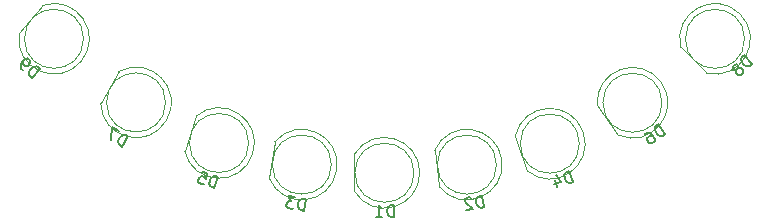
<source format=gbo>
G04 #@! TF.GenerationSoftware,KiCad,Pcbnew,(5.1.5)-3*
G04 #@! TF.CreationDate,2020-01-15T14:34:41+01:00*
G04 #@! TF.ProjectId,ring_pcb_5mm_leds,72696e67-5f70-4636-925f-356d6d5f6c65,rev?*
G04 #@! TF.SameCoordinates,Original*
G04 #@! TF.FileFunction,Legend,Bot*
G04 #@! TF.FilePolarity,Positive*
%FSLAX46Y46*%
G04 Gerber Fmt 4.6, Leading zero omitted, Abs format (unit mm)*
G04 Created by KiCad (PCBNEW (5.1.5)-3) date 2020-01-15 14:34:41*
%MOMM*%
%LPD*%
G04 APERTURE LIST*
%ADD10C,0.120000*%
%ADD11C,0.150000*%
G04 APERTURE END LIST*
D10*
X113999743Y-111673296D02*
X115985957Y-109306218D01*
X119453924Y-112135293D02*
G75*
G03X119453924Y-112135293I-2500001J0D01*
G01*
X119244098Y-114057581D02*
G75*
G03X115985847Y-109306349I-2290175J1922288D01*
G01*
X119244693Y-114056874D02*
G75*
G02X113999852Y-111673165I-2290770J1921581D01*
G01*
X172201359Y-115043601D02*
X170016399Y-112858641D01*
X175419073Y-112140927D02*
G75*
G03X175419073Y-112140927I-2500000J0D01*
G01*
X175033649Y-110027003D02*
G75*
G03X170016519Y-112858761I-2114576J-2113924D01*
G01*
X175032997Y-110026351D02*
G75*
G02X172201239Y-115043481I-2113924J-2114576D01*
G01*
X120911374Y-117581962D02*
X122456374Y-114905944D01*
X126400899Y-117523953D02*
G75*
G03X126400899Y-117523953I-2500000J0D01*
G01*
X126490084Y-119019353D02*
G75*
G03X122456289Y-114906091I-2589185J1495400D01*
G01*
X126490546Y-119018553D02*
G75*
G02X120911459Y-117581815I-2589647J1494600D01*
G01*
X164720516Y-120284457D02*
X162948165Y-117753277D01*
X168431370Y-117550511D02*
G75*
G03X168431370Y-117550511I-2500000J0D01*
G01*
X168380899Y-115835896D02*
G75*
G03X162948263Y-117753416I-2449529J-1714615D01*
G01*
X168380370Y-115835139D02*
G75*
G02X164720419Y-120284317I-2449000J-1715372D01*
G01*
X128016753Y-121639703D02*
X128971615Y-118700939D01*
X133428889Y-120961405D02*
G75*
G03X133428889Y-120961405I-2500000J0D01*
G01*
X133772406Y-121885806D02*
G75*
G03X128971563Y-118701100I-2843517J924401D01*
G01*
X133772692Y-121884927D02*
G75*
G02X128016805Y-121639542I-2843803J923522D01*
G01*
X157014331Y-123309762D02*
X156008325Y-120388110D01*
X161431855Y-121015481D02*
G75*
G03X161431855Y-121015481I-2499999J0D01*
G01*
X161759107Y-120042469D02*
G75*
G03X156008381Y-120388270I-2827251J-973012D01*
G01*
X161758807Y-120041596D02*
G75*
G02X157014275Y-123309601I-2826951J-973885D01*
G01*
X135165238Y-123913131D02*
X135648620Y-120861174D01*
X140435411Y-122787625D02*
G75*
G03X140435411Y-122787625I-2500000J0D01*
G01*
X140888527Y-123255821D02*
G75*
G03X135648594Y-120861342I-2953116J468196D01*
G01*
X140888671Y-123254908D02*
G75*
G02X135165264Y-123912963I-2953260J467283D01*
G01*
X149558951Y-124639648D02*
X149182374Y-121572681D01*
X154411581Y-122794179D02*
G75*
G03X154411581Y-122794179I-2500000J0D01*
G01*
X154879351Y-122430248D02*
G75*
G03X149182395Y-121572849I-2967770J-363931D01*
G01*
X154879238Y-122429331D02*
G75*
G02X149558930Y-124639480I-2967657J-364848D01*
G01*
X142371047Y-125023953D02*
X142371047Y-121933953D01*
X147431047Y-123478953D02*
G75*
G03X147431047Y-123478953I-2500000J0D01*
G01*
X147921047Y-123479415D02*
G75*
G03X142371047Y-121934123I-2990000J462D01*
G01*
X147921047Y-123478491D02*
G75*
G02X142371047Y-125023783I-2990000J-462D01*
G01*
D11*
X115124675Y-115449935D02*
X115767463Y-114683890D01*
X115585071Y-114530846D01*
X115445028Y-114475497D01*
X115310853Y-114487236D01*
X115213157Y-114529584D01*
X115054243Y-114644888D01*
X114962416Y-114754323D01*
X114876459Y-114930845D01*
X114851719Y-115034411D01*
X114863458Y-115168585D01*
X114942284Y-115296890D01*
X115124675Y-115449935D01*
X114322153Y-114776538D02*
X114176239Y-114654103D01*
X114133892Y-114556406D01*
X114128022Y-114489319D01*
X114146893Y-114318666D01*
X114232850Y-114142144D01*
X114477721Y-113850318D01*
X114575418Y-113807970D01*
X114642505Y-113802101D01*
X114746070Y-113826840D01*
X114891984Y-113949276D01*
X114934331Y-114046972D01*
X114940201Y-114114059D01*
X114915461Y-114217625D01*
X114762416Y-114400017D01*
X114664720Y-114442364D01*
X114597633Y-114448234D01*
X114494067Y-114423494D01*
X114348154Y-114301058D01*
X114305807Y-114203362D01*
X114299937Y-114136275D01*
X114324677Y-114032709D01*
X176086840Y-114242922D02*
X175379734Y-113535815D01*
X175211375Y-113704174D01*
X175144031Y-113838861D01*
X175144031Y-113973548D01*
X175177703Y-114074563D01*
X175278718Y-114242922D01*
X175379734Y-114343937D01*
X175548092Y-114444953D01*
X175649108Y-114478624D01*
X175783795Y-114478624D01*
X175918482Y-114411281D01*
X176086840Y-114242922D01*
X174874657Y-114646983D02*
X174908329Y-114545968D01*
X174908329Y-114478624D01*
X174874657Y-114377609D01*
X174840985Y-114343937D01*
X174739970Y-114310265D01*
X174672627Y-114310265D01*
X174571611Y-114343937D01*
X174436924Y-114478624D01*
X174403253Y-114579640D01*
X174403253Y-114646983D01*
X174436924Y-114747998D01*
X174470596Y-114781670D01*
X174571611Y-114815342D01*
X174638955Y-114815342D01*
X174739970Y-114781670D01*
X174874657Y-114646983D01*
X174975672Y-114613311D01*
X175043016Y-114613311D01*
X175144031Y-114646983D01*
X175278718Y-114781670D01*
X175312390Y-114882685D01*
X175312390Y-114950029D01*
X175278718Y-115051044D01*
X175144031Y-115185731D01*
X175043016Y-115219403D01*
X174975672Y-115219403D01*
X174874657Y-115185731D01*
X174739970Y-115051044D01*
X174706298Y-114950029D01*
X174706298Y-114882685D01*
X174739970Y-114781670D01*
X122745065Y-121259774D02*
X123245065Y-120393748D01*
X123038869Y-120274700D01*
X122891341Y-120244511D01*
X122761244Y-120279371D01*
X122672385Y-120338040D01*
X122535908Y-120479188D01*
X122464479Y-120602905D01*
X122410481Y-120791672D01*
X122404101Y-120897960D01*
X122438960Y-121028058D01*
X122538869Y-121140726D01*
X122745065Y-121259774D01*
X122461518Y-119941367D02*
X121884168Y-119608034D01*
X121755322Y-120688345D01*
X168698134Y-120202167D02*
X168124557Y-119383015D01*
X167929521Y-119519581D01*
X167839813Y-119640528D01*
X167816424Y-119773169D01*
X167832044Y-119878496D01*
X167902289Y-120061838D01*
X167984228Y-120178860D01*
X168132488Y-120307576D01*
X168226122Y-120358277D01*
X168358763Y-120381665D01*
X168503098Y-120338733D01*
X168698134Y-120202167D01*
X166954340Y-120202410D02*
X167110369Y-120093157D01*
X167215697Y-120077538D01*
X167282017Y-120089232D01*
X167441971Y-120151628D01*
X167590231Y-120280344D01*
X167808736Y-120592402D01*
X167824355Y-120697729D01*
X167812661Y-120764050D01*
X167761960Y-120857683D01*
X167605931Y-120966936D01*
X167500603Y-120982555D01*
X167434283Y-120970861D01*
X167340649Y-120920160D01*
X167204084Y-120725123D01*
X167188465Y-120619796D01*
X167200159Y-120553475D01*
X167250860Y-120459842D01*
X167406889Y-120350589D01*
X167512217Y-120334970D01*
X167578537Y-120346664D01*
X167672171Y-120397365D01*
X130539223Y-124792276D02*
X130848240Y-123841220D01*
X130621798Y-123767644D01*
X130471218Y-123768787D01*
X130351211Y-123829934D01*
X130276492Y-123905796D01*
X130172344Y-124072234D01*
X130128198Y-124208100D01*
X130114626Y-124403968D01*
X130130485Y-124509260D01*
X130191631Y-124629267D01*
X130312781Y-124718701D01*
X130539223Y-124792276D01*
X129444300Y-123385052D02*
X129897184Y-123532203D01*
X129795321Y-123999802D01*
X129764748Y-123939798D01*
X129688886Y-123865080D01*
X129462444Y-123791504D01*
X129357152Y-123807363D01*
X129297149Y-123837936D01*
X129222430Y-123913798D01*
X129148855Y-124140240D01*
X129164713Y-124245532D01*
X129195286Y-124305535D01*
X129271148Y-124380254D01*
X129497590Y-124453829D01*
X129602882Y-124437971D01*
X129662885Y-124407398D01*
X160914210Y-124251387D02*
X160588642Y-123305868D01*
X160363518Y-123383384D01*
X160243948Y-123474919D01*
X160184905Y-123595975D01*
X160170887Y-123701527D01*
X160187875Y-123897129D01*
X160234385Y-124032203D01*
X160341422Y-124196799D01*
X160417453Y-124271345D01*
X160538509Y-124330388D01*
X160689087Y-124328903D01*
X160914210Y-124251387D01*
X159346424Y-124086138D02*
X159563469Y-124716484D01*
X159447521Y-123648425D02*
X159905193Y-124246279D01*
X159319872Y-124447821D01*
X138107286Y-126686227D02*
X138263720Y-125698539D01*
X138028556Y-125661293D01*
X137880009Y-125685978D01*
X137771044Y-125765145D01*
X137709113Y-125851761D01*
X137632283Y-126032443D01*
X137609936Y-126173541D01*
X137627171Y-126369122D01*
X137659306Y-126470636D01*
X137738473Y-126579601D01*
X137872122Y-126648981D01*
X138107286Y-126686227D01*
X137370097Y-125557003D02*
X136758671Y-125460163D01*
X137028307Y-125888570D01*
X136887208Y-125866222D01*
X136785693Y-125898356D01*
X136731211Y-125937940D01*
X136669280Y-126024556D01*
X136632034Y-126259720D01*
X136664168Y-126361235D01*
X136703752Y-126415717D01*
X136790368Y-126477648D01*
X137072564Y-126522344D01*
X137174079Y-126490209D01*
X137228561Y-126450626D01*
X153331771Y-126418010D02*
X153209902Y-125425464D01*
X152973582Y-125454481D01*
X152837593Y-125519155D01*
X152754671Y-125625289D01*
X152719013Y-125725621D01*
X152694963Y-125920481D01*
X152712373Y-126062273D01*
X152782850Y-126245526D01*
X152841721Y-126334251D01*
X152947855Y-126417173D01*
X153095451Y-126447027D01*
X153331771Y-126418010D01*
X152276227Y-125636058D02*
X152223159Y-125594598D01*
X152122828Y-125558940D01*
X151886507Y-125587957D01*
X151797782Y-125646827D01*
X151756322Y-125699895D01*
X151720664Y-125800226D01*
X151732271Y-125894754D01*
X151796945Y-126030743D01*
X152433754Y-126528273D01*
X151819320Y-126603716D01*
X145717142Y-127207333D02*
X145717142Y-126207333D01*
X145479047Y-126207333D01*
X145336189Y-126254953D01*
X145240951Y-126350191D01*
X145193332Y-126445429D01*
X145145713Y-126635905D01*
X145145713Y-126778762D01*
X145193332Y-126969238D01*
X145240951Y-127064476D01*
X145336189Y-127159714D01*
X145479047Y-127207333D01*
X145717142Y-127207333D01*
X144193332Y-127207333D02*
X144764761Y-127207333D01*
X144479047Y-127207333D02*
X144479047Y-126207333D01*
X144574285Y-126350191D01*
X144669523Y-126445429D01*
X144764761Y-126493048D01*
M02*

</source>
